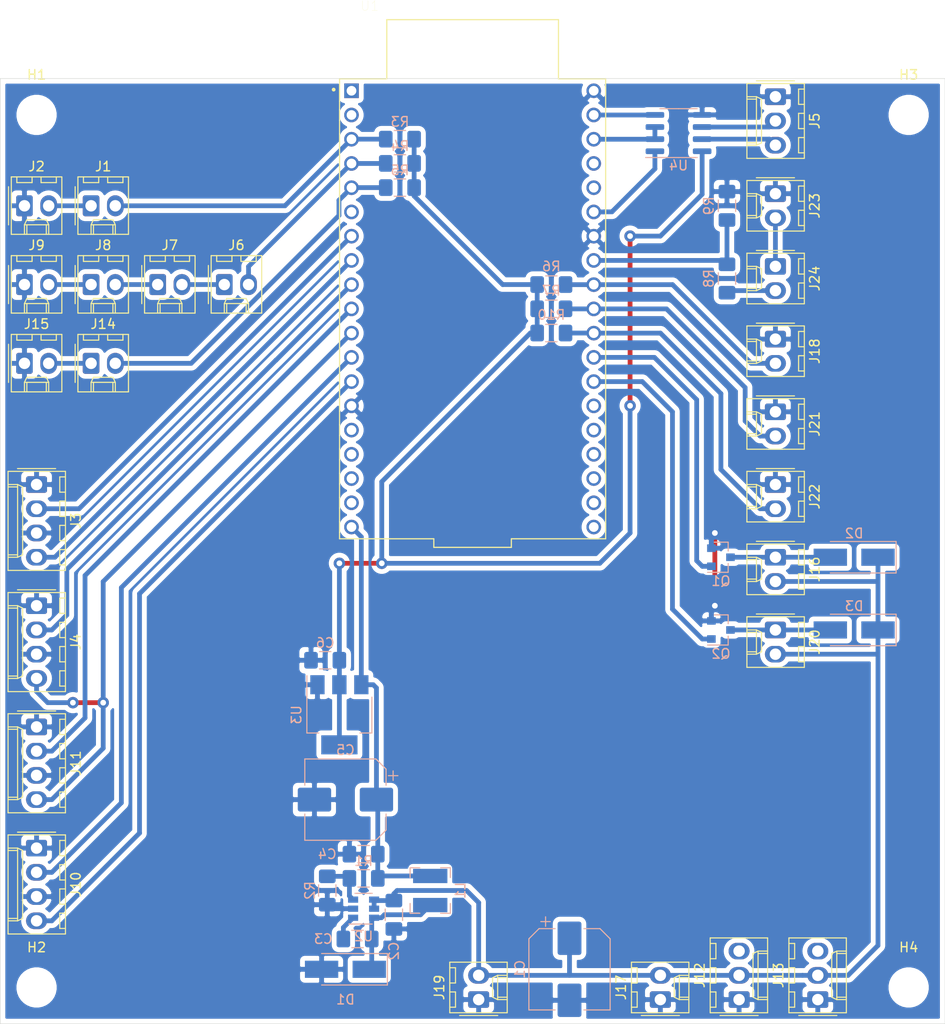
<source format=kicad_pcb>
(kicad_pcb (version 20171130) (host pcbnew "(5.1.5)-3")
  (layers (0 F.Cu signal) (31 B.Cu signal) (34 B.Paste user) (35 F.Paste user) (36 B.SilkS user) (37 F.SilkS user) (38 B.Mask user) (39 F.Mask user) (44 Edge.Cuts user))
  (net 0 "")
  (net 1 DIR_X)
  (net 2 STEP_X)
  (net 3 GND)
  (net 4 +3V3)
  (net 5 DIR_Z)
  (net 6 STEP_Z)
  (net 7 STEP_Y0)
  (net 8 STEP_Y1)
  (net 9 "Net-(C3-Pad2)")
  (net 10 "Net-(C3-Pad1)")
  (net 11 +5V)
  (net 12 PROBE)
  (net 13 LIMIT_X)
  (net 14 "Net-(J6-Pad1)")
  (net 15 LIMIT_Z)
  (net 16 "Net-(J8-Pad1)")
  (net 17 "Net-(J14-Pad1)")
  (net 18 +12V)
  (net 19 "Net-(D2-Pad2)")
  (net 20 "Net-(D3-Pad2)")
  (net 21 "Net-(J1-Pad1)")
  (net 22 DIR_Y)
  (net 23 "Net-(J5-Pad3)")
  (net 24 "Net-(J5-Pad2)")
  (net 25 LIMIT_Y)
  (net 26 "Net-(J7-Pad1)")
  (net 27 FEED_HOLD)
  (net 28 CYCLE_START)
  (net 29 "Net-(J23-Pad2)")
  (net 30 AIR_BLAST)
  (net 31 COOLANT)
  (net 32 "Net-(R1-Pad2)")
  (net 33 E_STOP)
  (net 34 RX)
  (net 35 RTS)
  (net 36 TX)
  (net 37 "Net-(J24-Pad2)")
  (module Connector_Molex:Molex_KK-254_AE-6410-02A_1x02_P2.54mm_Vertical (layer F.Cu) (at 81.28 50.165 270)
    (fp_text reference J16 (at 1.27 -4.12 90) (layer F.SilkS))
    (fp_text value Conn_01x02_Male)
    (pad 2 thru_hole oval (at 2.54 0 270) (size 1.74 2.2) (drill 1.2) (layers *.Cu *.Mask) (net 18 +12V))
    (pad 1 thru_hole roundrect (at 0 0 270) (size 1.74 2.2) (drill 1.2) (layers *.Cu *.Mask) (roundrect_rratio 0.143678) (net 19 "Net-(D2-Pad2)"))
  )
  (module Connector_Molex:Molex_KK-254_AE-6410-02A_1x02_P2.54mm_Vertical (layer F.Cu) (at 81.28 19.685 270)
    (fp_text reference J24 (at 1.27 -4.12 90) (layer F.SilkS))
    (fp_text value Conn_01x02_Male)
    (pad 2 thru_hole oval (at 2.54 0 270) (size 1.74 2.2) (drill 1.2) (layers *.Cu *.Mask) (net 37 "Net-(J24-Pad2)"))
    (pad 1 thru_hole roundrect (at 0 0 270) (size 1.74 2.2) (drill 1.2) (layers *.Cu *.Mask) (roundrect_rratio 0.143678) (net 29 "Net-(J23-Pad2)"))
  )
  (module Package_TO_SOT_SMD:SOT-223-3_TabPin2 (layer B.Cu) (at 35.56 66.675 270)
    (fp_text reference U3 (at 0 4.5 90) (layer B.SilkS) (effects (justify mirror)))
    (fp_text value AZ1117-3.3)
    (pad 1 smd rect (at -3.15 2.3 270) (size 2 1.5) (layers B.Cu B.Paste B.Mask) (net 3 GND))
    (pad 3 smd rect (at -3.15 -2.3 270) (size 2 1.5) (layers B.Cu B.Paste B.Mask) (net 11 +5V))
    (pad 2 smd rect (at -3.15 0 270) (size 2 1.5) (layers B.Cu B.Paste B.Mask) (net 4 +3V3))
    (pad 2 smd rect (at 3.15 0 270) (size 2 3.8) (layers B.Cu B.Paste B.Mask) (net 4 +3V3))
  )
  (module Connector_Molex:Molex_KK-254_AE-6410-04A_1x04_P2.54mm_Vertical (layer F.Cu) (at 3.81 42.545 270)
    (fp_text reference J3 (at 3.81 -4.12 90) (layer F.SilkS))
    (fp_text value Conn_01x04_Male)
    (pad 4 thru_hole oval (at 7.62 0 270) (size 1.74 2.2) (drill 1.2) (layers *.Cu *.Mask) (net 1 DIR_X))
    (pad 3 thru_hole oval (at 5.08 0 270) (size 1.74 2.2) (drill 1.2) (layers *.Cu *.Mask) (net 3 GND))
    (pad 2 thru_hole oval (at 2.54 0 270) (size 1.74 2.2) (drill 1.2) (layers *.Cu *.Mask) (net 2 STEP_X))
    (pad 1 thru_hole roundrect (at 0 0 270) (size 1.74 2.2) (drill 1.2) (layers *.Cu *.Mask) (roundrect_rratio 0.143678) (net 3 GND))
  )
  (module Connector_Molex:Molex_KK-254_AE-6410-03A_1x03_P2.54mm_Vertical (layer F.Cu) (at 77.47 96.52 90)
    (fp_text reference J12 (at 2.54 -4.12 90) (layer F.SilkS))
    (fp_text value Conn_01x03_Male)
    (pad 3 thru_hole oval (at 5.08 0 90) (size 1.74 2.2) (drill 1.2) (layers *.Cu *.Mask))
    (pad 2 thru_hole oval (at 2.54 0 90) (size 1.74 2.2) (drill 1.2) (layers *.Cu *.Mask) (net 18 +12V))
    (pad 1 thru_hole roundrect (at 0 0 90) (size 1.74 2.2) (drill 1.2) (layers *.Cu *.Mask) (roundrect_rratio 0.143678) (net 3 GND))
  )
  (module Connector_Molex:Molex_KK-254_AE-6410-02A_1x02_P2.54mm_Vertical (layer F.Cu) (at 69.215 96.52 90)
    (fp_text reference J17 (at 1.27 -4.12 90) (layer F.SilkS))
    (fp_text value Conn_01x02_Male)
    (pad 2 thru_hole oval (at 2.54 0 90) (size 1.74 2.2) (drill 1.2) (layers *.Cu *.Mask) (net 18 +12V))
    (pad 1 thru_hole roundrect (at 0 0 90) (size 1.74 2.2) (drill 1.2) (layers *.Cu *.Mask) (roundrect_rratio 0.143678) (net 3 GND))
  )
  (module Connector_Molex:Molex_KK-254_AE-6410-02A_1x02_P2.54mm_Vertical (layer F.Cu) (at 50.165 96.52 90)
    (fp_text reference J19 (at 1.27 -4.12 90) (layer F.SilkS))
    (fp_text value Conn_01x02_Male)
    (pad 2 thru_hole oval (at 2.54 0 90) (size 1.74 2.2) (drill 1.2) (layers *.Cu *.Mask) (net 18 +12V))
    (pad 1 thru_hole roundrect (at 0 0 90) (size 1.74 2.2) (drill 1.2) (layers *.Cu *.Mask) (roundrect_rratio 0.143678) (net 3 GND))
  )
  (module Connector_Molex:Molex_KK-254_AE-6410-03A_1x03_P2.54mm_Vertical (layer F.Cu) (at 85.725 96.52 90)
    (fp_text reference J13 (at 2.54 -4.12 90) (layer F.SilkS))
    (fp_text value Conn_01x03_Male)
    (pad 3 thru_hole oval (at 5.08 0 90) (size 1.74 2.2) (drill 1.2) (layers *.Cu *.Mask))
    (pad 2 thru_hole oval (at 2.54 0 90) (size 1.74 2.2) (drill 1.2) (layers *.Cu *.Mask) (net 18 +12V))
    (pad 1 thru_hole roundrect (at 0 0 90) (size 1.74 2.2) (drill 1.2) (layers *.Cu *.Mask) (roundrect_rratio 0.143678) (net 3 GND))
  )
  (module parts:MODULE_ESP32-DEVKITC (layer F.Cu) (at 49.53 24.13)
    (fp_text reference U1 (at -10.795 -31.75) (layer F.SilkS) (effects (font (thickness 0.015))))
    (fp_text value ESP32-DEVKITC)
    (pad 38 thru_hole circle (at 12.7 -22.85) (size 1.53 1.53) (drill 1.02) (layers *.Cu *.Mask) (net 3 GND))
    (pad 37 thru_hole circle (at 12.7 -20.31) (size 1.53 1.53) (drill 1.02) (layers *.Cu *.Mask) (net 36 TX))
    (pad 36 thru_hole circle (at 12.7 -17.77) (size 1.53 1.53) (drill 1.02) (layers *.Cu *.Mask) (net 35 RTS))
    (pad 35 thru_hole circle (at 12.7 -15.23) (size 1.53 1.53) (drill 1.02) (layers *.Cu *.Mask))
    (pad 34 thru_hole circle (at 12.7 -12.69) (size 1.53 1.53) (drill 1.02) (layers *.Cu *.Mask))
    (pad 33 thru_hole circle (at 12.7 -10.15) (size 1.53 1.53) (drill 1.02) (layers *.Cu *.Mask) (net 34 RX))
    (pad 32 thru_hole circle (at 12.7 -7.61) (size 1.53 1.53) (drill 1.02) (layers *.Cu *.Mask) (net 3 GND))
    (pad 31 thru_hole circle (at 12.7 -5.07) (size 1.53 1.53) (drill 1.02) (layers *.Cu *.Mask) (net 33 E_STOP))
    (pad 30 thru_hole circle (at 12.7 -2.53) (size 1.53 1.53) (drill 1.02) (layers *.Cu *.Mask) (net 12 PROBE))
    (pad 29 thru_hole circle (at 12.7 0.01) (size 1.53 1.53) (drill 1.02) (layers *.Cu *.Mask) (net 27 FEED_HOLD))
    (pad 28 thru_hole circle (at 12.7 2.55) (size 1.53 1.53) (drill 1.02) (layers *.Cu *.Mask) (net 28 CYCLE_START))
    (pad 27 thru_hole circle (at 12.7 5.09) (size 1.53 1.53) (drill 1.02) (layers *.Cu *.Mask) (net 30 AIR_BLAST))
    (pad 26 thru_hole circle (at 12.7 7.63) (size 1.53 1.53) (drill 1.02) (layers *.Cu *.Mask) (net 31 COOLANT))
    (pad 25 thru_hole circle (at 12.7 10.17) (size 1.53 1.53) (drill 1.02) (layers *.Cu *.Mask))
    (pad 24 thru_hole circle (at 12.7 12.71) (size 1.53 1.53) (drill 1.02) (layers *.Cu *.Mask))
    (pad 23 thru_hole circle (at 12.7 15.25) (size 1.53 1.53) (drill 1.02) (layers *.Cu *.Mask))
    (pad 22 thru_hole circle (at 12.7 17.79) (size 1.53 1.53) (drill 1.02) (layers *.Cu *.Mask))
    (pad 21 thru_hole circle (at 12.7 20.33) (size 1.53 1.53) (drill 1.02) (layers *.Cu *.Mask))
    (pad 20 thru_hole circle (at 12.7 22.87) (size 1.53 1.53) (drill 1.02) (layers *.Cu *.Mask))
    (pad 19 thru_hole circle (at -12.7 22.87) (size 1.53 1.53) (drill 1.02) (layers *.Cu *.Mask) (net 11 +5V))
    (pad 18 thru_hole circle (at -12.7 20.33) (size 1.53 1.53) (drill 1.02) (layers *.Cu *.Mask))
    (pad 17 thru_hole circle (at -12.7 17.79) (size 1.53 1.53) (drill 1.02) (layers *.Cu *.Mask))
    (pad 16 thru_hole circle (at -12.7 15.25) (size 1.53 1.53) (drill 1.02) (layers *.Cu *.Mask))
    (pad 15 thru_hole circle (at -12.7 12.71) (size 1.53 1.53) (drill 1.02) (layers *.Cu *.Mask))
    (pad 14 thru_hole circle (at -12.7 10.17) (size 1.53 1.53) (drill 1.02) (layers *.Cu *.Mask) (net 3 GND))
    (pad 13 thru_hole circle (at -12.7 7.63) (size 1.53 1.53) (drill 1.02) (layers *.Cu *.Mask) (net 5 DIR_Z))
    (pad 12 thru_hole circle (at -12.7 5.09) (size 1.53 1.53) (drill 1.02) (layers *.Cu *.Mask) (net 6 STEP_Z))
    (pad 11 thru_hole circle (at -12.7 2.55) (size 1.53 1.53) (drill 1.02) (layers *.Cu *.Mask) (net 22 DIR_Y))
    (pad 10 thru_hole circle (at -12.7 0.01) (size 1.53 1.53) (drill 1.02) (layers *.Cu *.Mask) (net 8 STEP_Y1))
    (pad 9 thru_hole circle (at -12.7 -2.53) (size 1.53 1.53) (drill 1.02) (layers *.Cu *.Mask) (net 7 STEP_Y0))
    (pad 8 thru_hole circle (at -12.7 -5.07) (size 1.53 1.53) (drill 1.02) (layers *.Cu *.Mask) (net 1 DIR_X))
    (pad 7 thru_hole circle (at -12.7 -7.61) (size 1.53 1.53) (drill 1.02) (layers *.Cu *.Mask) (net 2 STEP_X))
    (pad 6 thru_hole circle (at -12.7 -10.15) (size 1.53 1.53) (drill 1.02) (layers *.Cu *.Mask))
    (pad 5 thru_hole circle (at -12.7 -12.69) (size 1.53 1.53) (drill 1.02) (layers *.Cu *.Mask) (net 15 LIMIT_Z))
    (pad 4 thru_hole circle (at -12.7 -15.23) (size 1.53 1.53) (drill 1.02) (layers *.Cu *.Mask) (net 25 LIMIT_Y))
    (pad 3 thru_hole circle (at -12.7 -17.77) (size 1.53 1.53) (drill 1.02) (layers *.Cu *.Mask) (net 13 LIMIT_X))
    (pad 2 thru_hole circle (at -12.7 -20.31) (size 1.53 1.53) (drill 1.02) (layers *.Cu *.Mask))
    (pad 1 thru_hole rect (at -12.7 -22.85) (size 1.53 1.53) (drill 1.02) (layers *.Cu *.Mask))
  )
  (module Package_SO:SOIC-8_3.9x4.9mm_P1.27mm (layer B.Cu) (at 71.12 5.715)
    (fp_text reference U4 (at 0 3.4) (layer B.SilkS) (effects (justify mirror)))
    (fp_text value ST485EBDR)
    (pad 8 smd roundrect (at 2.475 1.905) (size 1.95 0.6) (layers B.Cu B.Paste B.Mask) (net 4 +3V3))
    (pad 7 smd roundrect (at 2.475 0.635) (size 1.95 0.6) (layers B.Cu B.Paste B.Mask) (net 23 "Net-(J5-Pad3)"))
    (pad 6 smd roundrect (at 2.475 -0.635) (size 1.95 0.6) (layers B.Cu B.Paste B.Mask) (net 24 "Net-(J5-Pad2)"))
    (pad 5 smd roundrect (at 2.475 -1.905) (size 1.95 0.6) (layers B.Cu B.Paste B.Mask) (net 3 GND))
    (pad 4 smd roundrect (at -2.475 -1.905) (size 1.95 0.6) (layers B.Cu B.Paste B.Mask) (net 36 TX))
    (pad 3 smd roundrect (at -2.475 -0.635) (size 1.95 0.6) (layers B.Cu B.Paste B.Mask) (net 35 RTS))
    (pad 2 smd roundrect (at -2.475 0.635) (size 1.95 0.6) (layers B.Cu B.Paste B.Mask) (net 35 RTS))
    (pad 1 smd roundrect (at -2.475 1.905) (size 1.95 0.6) (layers B.Cu B.Paste B.Mask) (net 34 RX))
  )
  (module Package_TO_SOT_SMD:SOT-23-6 (layer B.Cu) (at 38.1 86.995)
    (fp_text reference U2 (at 0 2.9) (layer B.SilkS) (effects (justify mirror)))
    (fp_text value AOZ1282CI)
    (pad 5 smd rect (at 1.1 0) (size 1.06 0.65) (layers B.Cu B.Paste B.Mask) (net 18 +12V))
    (pad 6 smd rect (at 1.1 0.95) (size 1.06 0.65) (layers B.Cu B.Paste B.Mask) (net 9 "Net-(C3-Pad2)"))
    (pad 4 smd rect (at 1.1 -0.95) (size 1.06 0.65) (layers B.Cu B.Paste B.Mask) (net 18 +12V))
    (pad 3 smd rect (at -1.1 -0.95) (size 1.06 0.65) (layers B.Cu B.Paste B.Mask) (net 32 "Net-(R1-Pad2)"))
    (pad 2 smd rect (at -1.1 0) (size 1.06 0.65) (layers B.Cu B.Paste B.Mask) (net 3 GND))
    (pad 1 smd rect (at -1.1 0.95) (size 1.06 0.65) (layers B.Cu B.Paste B.Mask) (net 10 "Net-(C3-Pad1)"))
  )
  (module Resistor_SMD:R_1206_3216Metric_Pad1.42x1.75mm_HandSolder (layer B.Cu) (at 34.29 85.09 270)
    (fp_text reference R2 (at 0 1.82 90) (layer B.SilkS) (effects (justify mirror)))
    (fp_text value 1k)
    (pad 2 smd roundrect (at 1.4875 0 270) (size 1.425 1.75) (layers B.Cu B.Paste B.Mask) (roundrect_rratio 0.175439) (net 3 GND))
    (pad 1 smd roundrect (at -1.4875 0 270) (size 1.425 1.75) (layers B.Cu B.Paste B.Mask) (roundrect_rratio 0.175439) (net 32 "Net-(R1-Pad2)"))
  )
  (module Package_TO_SOT_SMD:SOT-23 (layer B.Cu) (at 75.565 57.785)
    (fp_text reference Q2 (at 0 2.5) (layer B.SilkS) (effects (justify mirror)))
    (fp_text value DMG2302U)
    (pad 3 smd rect (at 1 0) (size 0.9 0.8) (layers B.Cu B.Paste B.Mask) (net 20 "Net-(D3-Pad2)"))
    (pad 2 smd rect (at -1 -0.95) (size 0.9 0.8) (layers B.Cu B.Paste B.Mask) (net 3 GND))
    (pad 1 smd rect (at -1 0.95) (size 0.9 0.8) (layers B.Cu B.Paste B.Mask) (net 31 COOLANT))
  )
  (module Package_TO_SOT_SMD:SOT-23 (layer B.Cu) (at 75.565 50.165)
    (fp_text reference Q1 (at 0 2.5) (layer B.SilkS) (effects (justify mirror)))
    (fp_text value DMG2302U)
    (pad 3 smd rect (at 1 0) (size 0.9 0.8) (layers B.Cu B.Paste B.Mask) (net 19 "Net-(D2-Pad2)"))
    (pad 2 smd rect (at -1 -0.95) (size 0.9 0.8) (layers B.Cu B.Paste B.Mask) (net 3 GND))
    (pad 1 smd rect (at -1 0.95) (size 0.9 0.8) (layers B.Cu B.Paste B.Mask) (net 30 AIR_BLAST))
  )
  (module Connector_Molex:Molex_KK-254_AE-6410-02A_1x02_P2.54mm_Vertical (layer F.Cu) (at 81.28 12.065 270)
    (fp_text reference J23 (at 1.27 -4.12 90) (layer F.SilkS))
    (fp_text value Conn_01x02_Male)
    (pad 2 thru_hole oval (at 2.54 0 270) (size 1.74 2.2) (drill 1.2) (layers *.Cu *.Mask) (net 29 "Net-(J23-Pad2)"))
    (pad 1 thru_hole roundrect (at 0 0 270) (size 1.74 2.2) (drill 1.2) (layers *.Cu *.Mask) (roundrect_rratio 0.143678) (net 3 GND))
  )
  (module Connector_Molex:Molex_KK-254_AE-6410-02A_1x02_P2.54mm_Vertical (layer F.Cu) (at 81.28 42.545 270)
    (fp_text reference J22 (at 1.27 -4.12 90) (layer F.SilkS))
    (fp_text value Conn_01x02_Male)
    (pad 2 thru_hole oval (at 2.54 0 270) (size 1.74 2.2) (drill 1.2) (layers *.Cu *.Mask) (net 28 CYCLE_START))
    (pad 1 thru_hole roundrect (at 0 0 270) (size 1.74 2.2) (drill 1.2) (layers *.Cu *.Mask) (roundrect_rratio 0.143678) (net 3 GND))
  )
  (module Connector_Molex:Molex_KK-254_AE-6410-02A_1x02_P2.54mm_Vertical (layer F.Cu) (at 81.28 34.925 270)
    (fp_text reference J21 (at 1.27 -4.12 90) (layer F.SilkS))
    (fp_text value Conn_01x02_Male)
    (pad 2 thru_hole oval (at 2.54 0 270) (size 1.74 2.2) (drill 1.2) (layers *.Cu *.Mask) (net 27 FEED_HOLD))
    (pad 1 thru_hole roundrect (at 0 0 270) (size 1.74 2.2) (drill 1.2) (layers *.Cu *.Mask) (roundrect_rratio 0.143678) (net 3 GND))
  )
  (module Connector_Molex:Molex_KK-254_AE-6410-02A_1x02_P2.54mm_Vertical (layer F.Cu) (at 81.28 57.785 270)
    (fp_text reference J20 (at 1.27 -4.12 90) (layer F.SilkS))
    (fp_text value Conn_01x02_Male)
    (pad 2 thru_hole oval (at 2.54 0 270) (size 1.74 2.2) (drill 1.2) (layers *.Cu *.Mask) (net 18 +12V))
    (pad 1 thru_hole roundrect (at 0 0 270) (size 1.74 2.2) (drill 1.2) (layers *.Cu *.Mask) (roundrect_rratio 0.143678) (net 20 "Net-(D3-Pad2)"))
  )
  (module Connector_Molex:Molex_KK-254_AE-6410-02A_1x02_P2.54mm_Vertical (layer F.Cu) (at 81.28 27.305 270)
    (fp_text reference J18 (at 1.27 -4.12 90) (layer F.SilkS))
    (fp_text value Conn_01x02_Male)
    (pad 2 thru_hole oval (at 2.54 0 270) (size 1.74 2.2) (drill 1.2) (layers *.Cu *.Mask) (net 12 PROBE))
    (pad 1 thru_hole roundrect (at 0 0 270) (size 1.74 2.2) (drill 1.2) (layers *.Cu *.Mask) (roundrect_rratio 0.143678) (net 3 GND))
  )
  (module Connector_Molex:Molex_KK-254_AE-6410-02A_1x02_P2.54mm_Vertical (layer F.Cu) (at 2.54 29.845)
    (fp_text reference J15 (at 1.27 -4.12) (layer F.SilkS))
    (fp_text value Conn_01x02_Male)
    (pad 1 thru_hole roundrect (at 0 0) (size 1.74 2.2) (drill 1.2) (layers *.Cu *.Mask) (roundrect_rratio 0.143678) (net 3 GND))
    (pad 2 thru_hole oval (at 2.54 0) (size 1.74 2.2) (drill 1.2) (layers *.Cu *.Mask) (net 17 "Net-(J14-Pad1)"))
  )
  (module Connector_Molex:Molex_KK-254_AE-6410-02A_1x02_P2.54mm_Vertical (layer F.Cu) (at 9.525 29.845)
    (fp_text reference J14 (at 1.27 -4.12) (layer F.SilkS))
    (fp_text value Conn_01x02_Male)
    (pad 2 thru_hole oval (at 2.54 0) (size 1.74 2.2) (drill 1.2) (layers *.Cu *.Mask) (net 15 LIMIT_Z))
    (pad 1 thru_hole roundrect (at 0 0) (size 1.74 2.2) (drill 1.2) (layers *.Cu *.Mask) (roundrect_rratio 0.143678) (net 17 "Net-(J14-Pad1)"))
  )
  (module Connector_Molex:Molex_KK-254_AE-6410-04A_1x04_P2.54mm_Vertical (layer F.Cu) (at 3.81 67.945 270)
    (fp_text reference J11 (at 3.81 -4.12 90) (layer F.SilkS))
    (fp_text value Conn_01x04_Male)
    (pad 4 thru_hole oval (at 7.62 0 270) (size 1.74 2.2) (drill 1.2) (layers *.Cu *.Mask) (net 22 DIR_Y))
    (pad 3 thru_hole oval (at 5.08 0 270) (size 1.74 2.2) (drill 1.2) (layers *.Cu *.Mask) (net 3 GND))
    (pad 2 thru_hole oval (at 2.54 0 270) (size 1.74 2.2) (drill 1.2) (layers *.Cu *.Mask) (net 8 STEP_Y1))
    (pad 1 thru_hole roundrect (at 0 0 270) (size 1.74 2.2) (drill 1.2) (layers *.Cu *.Mask) (roundrect_rratio 0.143678) (net 3 GND))
  )
  (module Connector_Molex:Molex_KK-254_AE-6410-04A_1x04_P2.54mm_Vertical (layer F.Cu) (at 3.81 80.645 270)
    (fp_text reference J10 (at 3.81 -4.12 90) (layer F.SilkS))
    (fp_text value Conn_01x04_Male)
    (pad 4 thru_hole oval (at 7.62 0 270) (size 1.74 2.2) (drill 1.2) (layers *.Cu *.Mask) (net 5 DIR_Z))
    (pad 3 thru_hole oval (at 5.08 0 270) (size 1.74 2.2) (drill 1.2) (layers *.Cu *.Mask) (net 3 GND))
    (pad 2 thru_hole oval (at 2.54 0 270) (size 1.74 2.2) (drill 1.2) (layers *.Cu *.Mask) (net 6 STEP_Z))
    (pad 1 thru_hole roundrect (at 0 0 270) (size 1.74 2.2) (drill 1.2) (layers *.Cu *.Mask) (roundrect_rratio 0.143678) (net 3 GND))
  )
  (module Connector_Molex:Molex_KK-254_AE-6410-02A_1x02_P2.54mm_Vertical (layer F.Cu) (at 2.54 21.59)
    (fp_text reference J9 (at 1.27 -4.12) (layer F.SilkS))
    (fp_text value Conn_01x02_Male)
    (pad 2 thru_hole oval (at 2.54 0) (size 1.74 2.2) (drill 1.2) (layers *.Cu *.Mask) (net 16 "Net-(J8-Pad1)"))
    (pad 1 thru_hole roundrect (at 0 0) (size 1.74 2.2) (drill 1.2) (layers *.Cu *.Mask) (roundrect_rratio 0.143678) (net 3 GND))
  )
  (module Connector_Molex:Molex_KK-254_AE-6410-02A_1x02_P2.54mm_Vertical (layer F.Cu) (at 9.525 21.59)
    (fp_text reference J8 (at 1.27 -4.12) (layer F.SilkS))
    (fp_text value Conn_01x02_Male)
    (pad 2 thru_hole oval (at 2.54 0) (size 1.74 2.2) (drill 1.2) (layers *.Cu *.Mask) (net 26 "Net-(J7-Pad1)"))
    (pad 1 thru_hole roundrect (at 0 0) (size 1.74 2.2) (drill 1.2) (layers *.Cu *.Mask) (roundrect_rratio 0.143678) (net 16 "Net-(J8-Pad1)"))
  )
  (module Connector_Molex:Molex_KK-254_AE-6410-02A_1x02_P2.54mm_Vertical (layer F.Cu) (at 16.51 21.59)
    (fp_text reference J7 (at 1.27 -4.12) (layer F.SilkS))
    (fp_text value Conn_01x02_Male)
    (pad 2 thru_hole oval (at 2.54 0) (size 1.74 2.2) (drill 1.2) (layers *.Cu *.Mask) (net 14 "Net-(J6-Pad1)"))
    (pad 1 thru_hole roundrect (at 0 0) (size 1.74 2.2) (drill 1.2) (layers *.Cu *.Mask) (roundrect_rratio 0.143678) (net 26 "Net-(J7-Pad1)"))
  )
  (module Connector_Molex:Molex_KK-254_AE-6410-02A_1x02_P2.54mm_Vertical (layer F.Cu) (at 23.495 21.59)
    (fp_text reference J6 (at 1.27 -4.12) (layer F.SilkS))
    (fp_text value Conn_01x02_Male)
    (pad 2 thru_hole oval (at 2.54 0) (size 1.74 2.2) (drill 1.2) (layers *.Cu *.Mask) (net 25 LIMIT_Y))
    (pad 1 thru_hole roundrect (at 0 0) (size 1.74 2.2) (drill 1.2) (layers *.Cu *.Mask) (roundrect_rratio 0.143678) (net 14 "Net-(J6-Pad1)"))
  )
  (module Connector_Molex:Molex_KK-254_AE-6410-03A_1x03_P2.54mm_Vertical (layer F.Cu) (at 81.28 1.905 270)
    (fp_text reference J5 (at 2.54 -4.12 90) (layer F.SilkS))
    (fp_text value Conn_01x03_Male)
    (pad 3 thru_hole oval (at 5.08 0 270) (size 1.74 2.2) (drill 1.2) (layers *.Cu *.Mask) (net 23 "Net-(J5-Pad3)"))
    (pad 2 thru_hole oval (at 2.54 0 270) (size 1.74 2.2) (drill 1.2) (layers *.Cu *.Mask) (net 24 "Net-(J5-Pad2)"))
    (pad 1 thru_hole roundrect (at 0 0 270) (size 1.74 2.2) (drill 1.2) (layers *.Cu *.Mask) (roundrect_rratio 0.143678) (net 3 GND))
  )
  (module Connector_Molex:Molex_KK-254_AE-6410-04A_1x04_P2.54mm_Vertical (layer F.Cu) (at 3.81 55.245 270)
    (fp_text reference J4 (at 3.81 -4.12 90) (layer F.SilkS))
    (fp_text value Conn_01x04_Male)
    (pad 4 thru_hole oval (at 7.62 0 270) (size 1.74 2.2) (drill 1.2) (layers *.Cu *.Mask) (net 22 DIR_Y))
    (pad 3 thru_hole oval (at 5.08 0 270) (size 1.74 2.2) (drill 1.2) (layers *.Cu *.Mask) (net 3 GND))
    (pad 2 thru_hole oval (at 2.54 0 270) (size 1.74 2.2) (drill 1.2) (layers *.Cu *.Mask) (net 7 STEP_Y0))
    (pad 1 thru_hole roundrect (at 0 0 270) (size 1.74 2.2) (drill 1.2) (layers *.Cu *.Mask) (roundrect_rratio 0.143678) (net 3 GND))
  )
  (module Connector_Molex:Molex_KK-254_AE-6410-02A_1x02_P2.54mm_Vertical (layer F.Cu) (at 2.54 13.335)
    (fp_text reference J2 (at 1.27 -4.12) (layer F.SilkS))
    (fp_text value Conn_01x02_Male)
    (pad 2 thru_hole oval (at 2.54 0) (size 1.74 2.2) (drill 1.2) (layers *.Cu *.Mask) (net 21 "Net-(J1-Pad1)"))
    (pad 1 thru_hole roundrect (at 0 0) (size 1.74 2.2) (drill 1.2) (layers *.Cu *.Mask) (roundrect_rratio 0.143678) (net 3 GND))
  )
  (module Connector_Molex:Molex_KK-254_AE-6410-02A_1x02_P2.54mm_Vertical (layer F.Cu) (at 9.525 13.335)
    (fp_text reference J1 (at 1.27 -4.12) (layer F.SilkS))
    (fp_text value Conn_01x02_Male)
    (pad 2 thru_hole oval (at 2.54 0) (size 1.74 2.2) (drill 1.2) (layers *.Cu *.Mask) (net 13 LIMIT_X))
    (pad 1 thru_hole roundrect (at 0 0) (size 1.74 2.2) (drill 1.2) (layers *.Cu *.Mask) (roundrect_rratio 0.143678) (net 21 "Net-(J1-Pad1)"))
  )
  (module Diode_SMD:D_SMA_Handsoldering (layer B.Cu) (at 89.535 57.785 180)
    (fp_text reference D3 (at 0 2.5) (layer B.SilkS) (effects (justify mirror)))
    (fp_text value D_Schottky)
    (pad 2 smd rect (at 2.5 0 180) (size 3.5 1.8) (layers B.Cu B.Paste B.Mask) (net 20 "Net-(D3-Pad2)"))
    (pad 1 smd rect (at -2.5 0 180) (size 3.5 1.8) (layers B.Cu B.Paste B.Mask) (net 18 +12V))
  )
  (module Diode_SMD:D_SMA_Handsoldering (layer B.Cu) (at 89.535 50.165 180)
    (fp_text reference D2 (at 0 2.5) (layer B.SilkS) (effects (justify mirror)))
    (fp_text value D_Schottky)
    (pad 2 smd rect (at 2.5 0 180) (size 3.5 1.8) (layers B.Cu B.Paste B.Mask) (net 19 "Net-(D2-Pad2)"))
    (pad 1 smd rect (at -2.5 0 180) (size 3.5 1.8) (layers B.Cu B.Paste B.Mask) (net 18 +12V))
  )
  (module Capacitor_SMD:C_1206_3216Metric_Pad1.42x1.75mm_HandSolder (layer B.Cu) (at 34.0725 60.96 180)
    (fp_text reference C6 (at 0 1.82 180) (layer B.SilkS) (effects (justify mirror)))
    (fp_text value 10u)
    (pad 2 smd roundrect (at 1.4875 0 180) (size 1.425 1.75) (layers B.Cu B.Paste B.Mask) (roundrect_rratio 0.175439) (net 3 GND))
    (pad 1 smd roundrect (at -1.4875 0 180) (size 1.425 1.75) (layers B.Cu B.Paste B.Mask) (roundrect_rratio 0.175439) (net 4 +3V3))
  )
  (module Capacitor_SMD:CP_Elec_8x10 (layer B.Cu) (at 36.195 75.565 180)
    (fp_text reference C5 (at 0 5.2 180) (layer B.SilkS) (effects (justify mirror)))
    (fp_text value 470u)
    (pad 2 smd roundrect (at 3.25 0 180) (size 3.5 2.5) (layers B.Cu B.Paste B.Mask) (roundrect_rratio 0.1) (net 3 GND))
    (pad 1 smd roundrect (at -3.25 0 180) (size 3.5 2.5) (layers B.Cu B.Paste B.Mask) (roundrect_rratio 0.1) (net 11 +5V))
  )
  (module Capacitor_SMD:CP_Elec_8x10 (layer B.Cu) (at 59.69 93.345 270)
    (fp_text reference C1 (at 0 5.2 90) (layer B.SilkS) (effects (justify mirror)))
    (fp_text value 470u)
    (pad 2 smd roundrect (at 3.25 0 270) (size 3.5 2.5) (layers B.Cu B.Paste B.Mask) (roundrect_rratio 0.1) (net 3 GND))
    (pad 1 smd roundrect (at -3.25 0 270) (size 3.5 2.5) (layers B.Cu B.Paste B.Mask) (roundrect_rratio 0.1) (net 18 +12V))
  )
  (module Diode_SMD:D_SMA_Handsoldering (layer B.Cu) (at 36.195 93.345 180)
    (fp_text reference D1 (at 0 -3.175) (layer B.SilkS) (effects (justify mirror)))
    (fp_text value D)
    (pad 2 smd rect (at 2.5 0 180) (size 3.5 1.8) (layers B.Cu B.Paste B.Mask) (net 3 GND))
    (pad 1 smd rect (at -2.5 0 180) (size 3.5 1.8) (layers B.Cu B.Paste B.Mask) (net 9 "Net-(C3-Pad2)"))
  )
  (module MountingHole:MountingHole_3.2mm_M3 (layer F.Cu) (at 95.25 95.25)
    (fp_text reference H4 (at 0 -4.2) (layer F.SilkS))
    (fp_text value MountingHole)
    (pad 1 np_thru_hole circle (at 0 0) (size 3.2 3.2) (drill 3.2) (layers *.Cu *.Mask))
  )
  (module MountingHole:MountingHole_3.2mm_M3 (layer F.Cu) (at 95.25 3.81)
    (fp_text reference H3 (at 0 -4.2) (layer F.SilkS))
    (fp_text value MountingHole)
    (pad 1 np_thru_hole circle (at 0 0) (size 3.2 3.2) (drill 3.2) (layers *.Cu *.Mask))
  )
  (module MountingHole:MountingHole_3.2mm_M3 (layer F.Cu) (at 3.81 95.25)
    (fp_text reference H2 (at 0 -4.2) (layer F.SilkS))
    (fp_text value MountingHole)
    (pad 1 np_thru_hole circle (at 0 0) (size 3.2 3.2) (drill 3.2) (layers *.Cu *.Mask))
  )
  (module MountingHole:MountingHole_3.2mm_M3 (layer F.Cu) (at 3.81 3.81)
    (fp_text reference H1 (at 0 -4.2) (layer F.SilkS))
    (fp_text value MountingHole)
    (pad 1 np_thru_hole circle (at 0 0) (size 3.2 3.2) (drill 3.2) (layers *.Cu *.Mask))
  )
  (module Resistor_SMD:R_1206_3216Metric_Pad1.42x1.75mm_HandSolder (layer B.Cu) (at 57.785 26.67)
    (fp_text reference R10 (at 0 -1.905) (layer B.SilkS) (effects (justify mirror)))
    (fp_text value 1k)
    (pad 2 smd roundrect (at 1.4875 0) (size 1.425 1.75) (layers B.Cu B.Paste B.Mask) (roundrect_rratio 0.175439) (net 28 CYCLE_START))
    (pad 1 smd roundrect (at -1.4875 0) (size 1.425 1.75) (layers B.Cu B.Paste B.Mask) (roundrect_rratio 0.175439) (net 4 +3V3))
  )
  (module Resistor_SMD:R_1206_3216Metric_Pad1.42x1.75mm_HandSolder (layer B.Cu) (at 76.2 13.335 90)
    (fp_text reference R9 (at 0 -1.905 90) (layer B.SilkS) (effects (justify mirror)))
    (fp_text value 1k)
    (pad 2 smd roundrect (at 1.4875 0 90) (size 1.425 1.75) (layers B.Cu B.Paste B.Mask) (roundrect_rratio 0.175439) (net 3 GND))
    (pad 1 smd roundrect (at -1.4875 0 90) (size 1.425 1.75) (layers B.Cu B.Paste B.Mask) (roundrect_rratio 0.175439) (net 33 E_STOP))
  )
  (module Resistor_SMD:R_1206_3216Metric_Pad1.42x1.75mm_HandSolder (layer B.Cu) (at 76.2 20.955 90)
    (fp_text reference R8 (at 0 -1.905 90) (layer B.SilkS) (effects (justify mirror)))
    (fp_text value 6k8)
    (pad 2 smd roundrect (at 1.4875 0 90) (size 1.425 1.75) (layers B.Cu B.Paste B.Mask) (roundrect_rratio 0.175439) (net 33 E_STOP))
    (pad 1 smd roundrect (at -1.4875 0 90) (size 1.425 1.75) (layers B.Cu B.Paste B.Mask) (roundrect_rratio 0.175439) (net 37 "Net-(J24-Pad2)"))
  )
  (module Resistor_SMD:R_1206_3216Metric_Pad1.42x1.75mm_HandSolder (layer B.Cu) (at 57.785 24.13)
    (fp_text reference R7 (at 0 -1.905) (layer B.SilkS) (effects (justify mirror)))
    (fp_text value 1k)
    (pad 2 smd roundrect (at 1.4875 0) (size 1.425 1.75) (layers B.Cu B.Paste B.Mask) (roundrect_rratio 0.175439) (net 27 FEED_HOLD))
    (pad 1 smd roundrect (at -1.4875 0) (size 1.425 1.75) (layers B.Cu B.Paste B.Mask) (roundrect_rratio 0.175439) (net 4 +3V3))
  )
  (module Resistor_SMD:R_1206_3216Metric_Pad1.42x1.75mm_HandSolder (layer B.Cu) (at 57.785 21.59)
    (fp_text reference R6 (at 0 -1.905) (layer B.SilkS) (effects (justify mirror)))
    (fp_text value 1k)
    (pad 1 smd roundrect (at -1.4875 0) (size 1.425 1.75) (layers B.Cu B.Paste B.Mask) (roundrect_rratio 0.175439) (net 4 +3V3))
    (pad 2 smd roundrect (at 1.4875 0) (size 1.425 1.75) (layers B.Cu B.Paste B.Mask) (roundrect_rratio 0.175439) (net 12 PROBE))
  )
  (module Resistor_SMD:R_1206_3216Metric_Pad1.42x1.75mm_HandSolder (layer B.Cu) (at 41.91 11.43 180)
    (fp_text reference R5 (at 0 1.82) (layer B.SilkS) (effects (justify mirror)))
    (fp_text value 1k)
    (pad 2 smd roundrect (at 1.4875 0 180) (size 1.425 1.75) (layers B.Cu B.Paste B.Mask) (roundrect_rratio 0.175439) (net 15 LIMIT_Z))
    (pad 1 smd roundrect (at -1.4875 0 180) (size 1.425 1.75) (layers B.Cu B.Paste B.Mask) (roundrect_rratio 0.175439) (net 4 +3V3))
  )
  (module Resistor_SMD:R_1206_3216Metric_Pad1.42x1.75mm_HandSolder (layer B.Cu) (at 41.91 8.89 180)
    (fp_text reference R4 (at 0 1.82 180) (layer B.SilkS) (effects (justify mirror)))
    (fp_text value 1k)
    (pad 2 smd roundrect (at 1.4875 0 180) (size 1.425 1.75) (layers B.Cu B.Paste B.Mask) (roundrect_rratio 0.175439) (net 25 LIMIT_Y))
    (pad 1 smd roundrect (at -1.4875 0 180) (size 1.425 1.75) (layers B.Cu B.Paste B.Mask) (roundrect_rratio 0.175439) (net 4 +3V3))
  )
  (module Resistor_SMD:R_1206_3216Metric_Pad1.42x1.75mm_HandSolder (layer B.Cu) (at 41.91 6.35 180)
    (fp_text reference R3 (at 0 1.82 180) (layer B.SilkS) (effects (justify mirror)))
    (fp_text value 1k)
    (pad 2 smd roundrect (at 1.4875 0 180) (size 1.425 1.75) (layers B.Cu B.Paste B.Mask) (roundrect_rratio 0.175439) (net 13 LIMIT_X))
    (pad 1 smd roundrect (at -1.4875 0 180) (size 1.425 1.75) (layers B.Cu B.Paste B.Mask) (roundrect_rratio 0.175439) (net 4 +3V3))
  )
  (module Resistor_SMD:R_1206_3216Metric_Pad1.42x1.75mm_HandSolder (layer B.Cu) (at 38.1 83.82 180)
    (fp_text reference R1 (at 0 1.82) (layer B.SilkS) (effects (justify mirror)))
    (fp_text value 4k7)
    (pad 2 smd roundrect (at 1.4875 0 180) (size 1.425 1.75) (layers B.Cu B.Paste B.Mask) (roundrect_rratio 0.175439) (net 32 "Net-(R1-Pad2)"))
    (pad 1 smd roundrect (at -1.4875 0 180) (size 1.425 1.75) (layers B.Cu B.Paste B.Mask) (roundrect_rratio 0.175439) (net 11 +5V))
  )
  (module Inductor_SMD:L_Bourns-SRN4018 (layer B.Cu) (at 45.085 85.09 90)
    (fp_text reference L1 (at 0 3.175 90) (layer B.SilkS) (effects (justify mirror)))
    (fp_text value 10u)
    (pad 2 smd rect (at 1.525 0 90) (size 1.5 3.6) (layers B.Cu B.Paste B.Mask) (net 11 +5V))
    (pad 1 smd rect (at -1.525 0 90) (size 1.5 3.6) (layers B.Cu B.Paste B.Mask) (net 9 "Net-(C3-Pad2)"))
  )
  (module Capacitor_SMD:C_1206_3216Metric_Pad1.42x1.75mm_HandSolder (layer B.Cu) (at 38.1 81.28 180)
    (fp_text reference C4 (at 3.81 0) (layer B.SilkS) (effects (justify mirror)))
    (fp_text value 10u)
    (pad 2 smd roundrect (at 1.4875 0 180) (size 1.425 1.75) (layers B.Cu B.Paste B.Mask) (roundrect_rratio 0.175439) (net 3 GND))
    (pad 1 smd roundrect (at -1.4875 0 180) (size 1.425 1.75) (layers B.Cu B.Paste B.Mask) (roundrect_rratio 0.175439) (net 11 +5V))
  )
  (module Capacitor_SMD:C_1206_3216Metric_Pad1.42x1.75mm_HandSolder (layer B.Cu) (at 37.465 90.17)
    (fp_text reference C3 (at -3.5925 0) (layer B.SilkS) (effects (justify mirror)))
    (fp_text value 10n)
    (pad 2 smd roundrect (at 1.4875 0) (size 1.425 1.75) (layers B.Cu B.Paste B.Mask) (roundrect_rratio 0.175439) (net 9 "Net-(C3-Pad2)"))
    (pad 1 smd roundrect (at -1.4875 0) (size 1.425 1.75) (layers B.Cu B.Paste B.Mask) (roundrect_rratio 0.175439) (net 10 "Net-(C3-Pad1)"))
  )
  (module Capacitor_SMD:C_1206_3216Metric_Pad1.42x1.75mm_HandSolder (layer B.Cu) (at 41.275 87.63 270)
    (fp_text reference C2 (at 3.81 0 270) (layer B.SilkS) (effects (justify mirror)))
    (fp_text value 1u)
    (pad 2 smd roundrect (at 1.4875 0 270) (size 1.425 1.75) (layers B.Cu B.Paste B.Mask) (roundrect_rratio 0.175439) (net 3 GND))
    (pad 1 smd roundrect (at -1.4875 0 270) (size 1.425 1.75) (layers B.Cu B.Paste B.Mask) (roundrect_rratio 0.175439) (net 18 +12V))
  )
  (gr_line (start 0 99.06) (end 0 0) (layer Edge.Cuts) (width 0.05))
  (gr_line (start 99.06 99.06) (end 0 99.06) (layer Edge.Cuts) (width 0.05))
  (gr_line (start 99.06 0) (end 99.06 99.06) (layer Edge.Cuts) (width 0.05))
  (gr_line (start 0 0) (end 99.06 0) (layer Edge.Cuts) (width 0.05))
  (segment (start 5.725 50.165) (end 36.83 19.06) (width 0.5) (layer B.Cu) (net 1))
  (segment (start 3.81 50.165) (end 5.725 50.165) (width 0.5) (layer B.Cu) (net 1))
  (segment (start 8.265 45.085) (end 3.81 45.085) (width 0.5) (layer B.Cu) (net 2))
  (segment (start 36.83 16.52) (end 8.265 45.085) (width 0.5) (layer B.Cu) (net 2))
  (segment (start 2.54 13.335) (end 2.54 21.59) (width 0.5) (layer B.Cu) (net 3))
  (segment (start 2.54 21.59) (end 2.54 29.845) (width 0.5) (layer B.Cu) (net 3))
  (via (at 74.93 47.625) (size 1.2) (drill 0.6) (layers F.Cu B.Cu) (net 3))
  (segment (start 74.565 49.215) (end 74.565 47.99) (width 0.5) (layer B.Cu) (net 3))
  (segment (start 74.565 47.99) (end 74.93 47.625) (width 0.5) (layer B.Cu) (net 3))
  (via (at 74.93 55.245) (size 1.2) (drill 0.6) (layers F.Cu B.Cu) (net 3))
  (segment (start 74.93 47.625) (end 74.93 55.245) (width 0.5) (layer F.Cu) (net 3))
  (segment (start 74.565 55.61) (end 74.93 55.245) (width 0.5) (layer B.Cu) (net 3))
  (segment (start 74.565 56.835) (end 74.565 55.61) (width 0.5) (layer B.Cu) (net 3))
  (segment (start 34.7075 86.995) (end 34.29 86.5775) (width 0.5) (layer B.Cu) (net 3))
  (segment (start 37 86.995) (end 34.7075 86.995) (width 0.5) (layer B.Cu) (net 3))
  (segment (start 35.56 63.525) (end 35.56 60.96) (width 0.5) (layer B.Cu) (net 4))
  (segment (start 35.56 63.525) (end 35.56 69.825) (width 0.5) (layer B.Cu) (net 4))
  (segment (start 43.3975 6.35) (end 43.3975 8.89) (width 0.5) (layer B.Cu) (net 4))
  (segment (start 43.3975 8.89) (end 43.3975 11.43) (width 0.5) (layer B.Cu) (net 4))
  (segment (start 56.2975 24.13) (end 56.2975 26.67) (width 0.5) (layer B.Cu) (net 4))
  (via (at 35.56 50.8) (size 1.2) (drill 0.6) (layers F.Cu B.Cu) (net 4))
  (segment (start 35.56 60.96) (end 35.56 50.8) (width 0.5) (layer B.Cu) (net 4))
  (via (at 40.005 50.8) (size 1.2) (drill 0.6) (layers F.Cu B.Cu) (net 4))
  (segment (start 35.56 50.8) (end 40.005 50.8) (width 0.5) (layer F.Cu) (net 4))
  (segment (start 55.585 26.67) (end 56.2975 26.67) (width 0.5) (layer B.Cu) (net 4))
  (segment (start 40.005 42.25) (end 55.585 26.67) (width 0.5) (layer B.Cu) (net 4))
  (segment (start 40.005 50.8) (end 40.005 42.25) (width 0.5) (layer B.Cu) (net 4))
  (segment (start 52.6825 21.59) (end 43.3975 12.305) (width 0.5) (layer B.Cu) (net 4))
  (segment (start 43.3975 12.305) (end 43.3975 11.43) (width 0.5) (layer B.Cu) (net 4))
  (segment (start 56.2975 21.59) (end 52.6825 21.59) (width 0.5) (layer B.Cu) (net 4))
  (segment (start 56.2975 24.13) (end 56.2975 21.59) (width 0.5) (layer B.Cu) (net 4))
  (segment (start 40.005 50.8) (end 62.865 50.8) (width 0.5) (layer B.Cu) (net 4))
  (via (at 66.04 34.29) (size 1.2) (drill 0.6) (layers F.Cu B.Cu) (net 4))
  (segment (start 62.865 50.8) (end 66.04 47.625) (width 0.5) (layer B.Cu) (net 4))
  (segment (start 66.04 47.625) (end 66.04 34.29) (width 0.5) (layer B.Cu) (net 4))
  (via (at 66.04 16.51) (size 1.2) (drill 0.6) (layers F.Cu B.Cu) (net 4))
  (segment (start 66.04 34.29) (end 66.04 16.51) (width 0.5) (layer F.Cu) (net 4))
  (segment (start 66.04 16.51) (end 69.215 16.51) (width 0.5) (layer B.Cu) (net 4))
  (segment (start 73.595 12.13) (end 73.595 7.62) (width 0.5) (layer B.Cu) (net 4))
  (segment (start 69.215 16.51) (end 73.595 12.13) (width 0.5) (layer B.Cu) (net 4))
  (segment (start 36.83 31.76) (end 14.605 53.985) (width 0.5) (layer B.Cu) (net 5))
  (segment (start 5.41 88.265) (end 3.81 88.265) (width 0.5) (layer B.Cu) (net 5))
  (segment (start 14.605 79.07) (end 5.41 88.265) (width 0.5) (layer B.Cu) (net 5))
  (segment (start 14.605 53.985) (end 14.605 79.07) (width 0.5) (layer B.Cu) (net 5))
  (segment (start 36.83 29.22) (end 12.7 53.35) (width 0.5) (layer B.Cu) (net 6))
  (segment (start 5.41 83.185) (end 3.81 83.185) (width 0.5) (layer B.Cu) (net 6))
  (segment (start 12.7 75.895) (end 5.41 83.185) (width 0.5) (layer B.Cu) (net 6))
  (segment (start 12.7 53.35) (end 12.7 75.895) (width 0.5) (layer B.Cu) (net 6))
  (segment (start 28.92246 29.50754) (end 28.91246 29.50754) (width 0.5) (layer B.Cu) (net 7))
  (segment (start 36.83 21.6) (end 28.92246 29.50754) (width 0.5) (layer B.Cu) (net 7))
  (segment (start 28.91246 29.50754) (end 6.985 51.435) (width 0.5) (layer B.Cu) (net 7))
  (segment (start 5.41 57.785) (end 3.81 57.785) (width 0.5) (layer B.Cu) (net 7))
  (segment (start 6.985 56.21) (end 5.41 57.785) (width 0.5) (layer B.Cu) (net 7))
  (segment (start 6.985 51.435) (end 6.985 56.21) (width 0.5) (layer B.Cu) (net 7))
  (segment (start 36.83 24.14) (end 8.89 52.08) (width 0.5) (layer B.Cu) (net 8))
  (segment (start 5.41 70.485) (end 3.81 70.485) (width 0.5) (layer B.Cu) (net 8))
  (segment (start 8.89 67.005) (end 5.41 70.485) (width 0.5) (layer B.Cu) (net 8))
  (segment (start 8.89 52.08) (end 8.89 67.005) (width 0.5) (layer B.Cu) (net 8))
  (segment (start 39.965001 87.945) (end 40.280001 87.63) (width 0.5) (layer B.Cu) (net 9))
  (segment (start 39.2 87.945) (end 39.965001 87.945) (width 0.5) (layer B.Cu) (net 9))
  (segment (start 44.07 87.63) (end 45.085 86.615) (width 0.5) (layer B.Cu) (net 9))
  (segment (start 40.280001 87.63) (end 44.07 87.63) (width 0.5) (layer B.Cu) (net 9))
  (segment (start 38.9525 93.0875) (end 38.695 93.345) (width 0.5) (layer B.Cu) (net 9))
  (segment (start 38.9525 90.17) (end 38.9525 93.0875) (width 0.5) (layer B.Cu) (net 9))
  (segment (start 38.9525 88.1925) (end 39.2 87.945) (width 0.5) (layer B.Cu) (net 9))
  (segment (start 38.9525 90.17) (end 38.9525 88.1925) (width 0.5) (layer B.Cu) (net 9))
  (segment (start 35.9775 88.9675) (end 37 87.945) (width 0.5) (layer B.Cu) (net 10))
  (segment (start 35.9775 90.17) (end 35.9775 88.9675) (width 0.5) (layer B.Cu) (net 10))
  (segment (start 39.8425 83.565) (end 39.5875 83.82) (width 0.5) (layer B.Cu) (net 11))
  (segment (start 45.085 83.565) (end 39.8425 83.565) (width 0.5) (layer B.Cu) (net 11))
  (segment (start 39.5875 83.82) (end 39.5875 81.28) (width 0.5) (layer B.Cu) (net 11))
  (segment (start 39.5875 75.7075) (end 39.445 75.565) (width 0.5) (layer B.Cu) (net 11))
  (segment (start 39.5875 81.28) (end 39.5875 75.7075) (width 0.5) (layer B.Cu) (net 11))
  (segment (start 39.11 63.525) (end 37.86 63.525) (width 0.5) (layer B.Cu) (net 11))
  (segment (start 39.445 63.86) (end 39.11 63.525) (width 0.5) (layer B.Cu) (net 11))
  (segment (start 39.445 75.565) (end 39.445 63.86) (width 0.5) (layer B.Cu) (net 11))
  (segment (start 37.86 48.03) (end 36.83 47) (width 0.5) (layer B.Cu) (net 11))
  (segment (start 37.86 63.525) (end 37.86 48.03) (width 0.5) (layer B.Cu) (net 11))
  (segment (start 59.2825 21.6) (end 59.2725 21.59) (width 0.5) (layer B.Cu) (net 12))
  (segment (start 62.23 21.6) (end 59.2825 21.6) (width 0.5) (layer B.Cu) (net 12))
  (segment (start 62.23 21.6) (end 70.495 21.6) (width 0.5) (layer B.Cu) (net 12))
  (segment (start 78.74 29.845) (end 81.28 29.845) (width 0.5) (layer B.Cu) (net 12))
  (segment (start 70.495 21.6) (end 78.74 29.845) (width 0.5) (layer B.Cu) (net 12))
  (segment (start 36.84 6.35) (end 36.83 6.36) (width 0.5) (layer B.Cu) (net 13))
  (segment (start 40.4225 6.35) (end 36.84 6.35) (width 0.5) (layer B.Cu) (net 13))
  (segment (start 29.855 13.335) (end 12.065 13.335) (width 0.5) (layer B.Cu) (net 13))
  (segment (start 36.83 6.36) (end 29.855 13.335) (width 0.5) (layer B.Cu) (net 13))
  (segment (start 19.05 21.59) (end 23.495 21.59) (width 0.5) (layer B.Cu) (net 14))
  (segment (start 36.84 11.43) (end 36.83 11.44) (width 0.5) (layer B.Cu) (net 15))
  (segment (start 40.4225 11.43) (end 36.84 11.43) (width 0.5) (layer B.Cu) (net 15))
  (segment (start 36.065001 12.204999) (end 36.83 11.44) (width 0.5) (layer B.Cu) (net 15))
  (segment (start 35.514999 14.348198) (end 35.514999 12.755001) (width 0.5) (layer B.Cu) (net 15))
  (segment (start 35.514999 12.755001) (end 36.065001 12.204999) (width 0.5) (layer B.Cu) (net 15))
  (segment (start 20.018197 29.845) (end 35.514999 14.348198) (width 0.5) (layer B.Cu) (net 15))
  (segment (start 12.065 29.845) (end 20.018197 29.845) (width 0.5) (layer B.Cu) (net 15))
  (segment (start 5.08 21.59) (end 9.525 21.59) (width 0.5) (layer B.Cu) (net 16))
  (segment (start 9.525 29.845) (end 5.08 29.845) (width 0.5) (layer B.Cu) (net 17))
  (segment (start 50.165 86.36) (end 50.165 93.98) (width 0.5) (layer B.Cu) (net 18))
  (segment (start 41.615 85.09) (end 48.895 85.09) (width 0.5) (layer B.Cu) (net 18))
  (segment (start 41.275 86.1425) (end 41.275 85.43) (width 0.5) (layer B.Cu) (net 18))
  (segment (start 48.895 85.09) (end 50.165 86.36) (width 0.5) (layer B.Cu) (net 18))
  (segment (start 41.275 85.43) (end 41.615 85.09) (width 0.5) (layer B.Cu) (net 18))
  (segment (start 39.2975 86.1425) (end 39.2 86.045) (width 0.5) (layer B.Cu) (net 18))
  (segment (start 41.275 86.1425) (end 39.2975 86.1425) (width 0.5) (layer B.Cu) (net 18))
  (segment (start 39.2 86.045) (end 39.2 86.995) (width 0.5) (layer B.Cu) (net 18))
  (segment (start 84.125 93.98) (end 77.47 93.98) (width 0.5) (layer B.Cu) (net 18))
  (segment (start 85.725 93.98) (end 84.125 93.98) (width 0.5) (layer B.Cu) (net 18))
  (segment (start 77.47 93.98) (end 69.215 93.98) (width 0.5) (layer B.Cu) (net 18))
  (segment (start 91.995 52.705) (end 81.28 52.705) (width 0.5) (layer B.Cu) (net 18))
  (segment (start 92.035 52.665) (end 92.035 57.785) (width 0.5) (layer B.Cu) (net 18))
  (segment (start 92.035 52.665) (end 91.995 52.705) (width 0.5) (layer B.Cu) (net 18))
  (segment (start 92.035 50.165) (end 92.035 52.665) (width 0.5) (layer B.Cu) (net 18))
  (segment (start 85.725 93.98) (end 88.9 93.98) (width 0.5) (layer B.Cu) (net 18))
  (segment (start 88.9 93.98) (end 92.035 90.845) (width 0.5) (layer B.Cu) (net 18))
  (segment (start 91.995 60.325) (end 81.28 60.325) (width 0.5) (layer B.Cu) (net 18))
  (segment (start 92.035 60.365) (end 91.995 60.325) (width 0.5) (layer B.Cu) (net 18))
  (segment (start 92.035 60.365) (end 92.035 57.785) (width 0.5) (layer B.Cu) (net 18))
  (segment (start 92.035 90.845) (end 92.035 60.365) (width 0.5) (layer B.Cu) (net 18))
  (segment (start 50.165 93.98) (end 69.215 93.98) (width 0.5) (layer B.Cu) (net 18))
  (segment (start 59.69 90.095) (end 59.69 93.98) (width 0.5) (layer B.Cu) (net 18))
  (segment (start 84.785 50.165) (end 81.28 50.165) (width 0.5) (layer B.Cu) (net 19))
  (segment (start 87.035 50.165) (end 84.785 50.165) (width 0.5) (layer B.Cu) (net 19))
  (segment (start 76.565 50.165) (end 81.28 50.165) (width 0.5) (layer B.Cu) (net 19))
  (segment (start 87.035 57.785) (end 81.28 57.785) (width 0.5) (layer B.Cu) (net 20))
  (segment (start 76.565 57.785) (end 81.28 57.785) (width 0.5) (layer B.Cu) (net 20))
  (segment (start 9.525 13.335) (end 5.08 13.335) (width 0.5) (layer B.Cu) (net 21))
  (segment (start 36.83 26.68) (end 10.795 52.715) (width 0.5) (layer B.Cu) (net 22))
  (segment (start 5.41 75.565) (end 3.81 75.565) (width 0.5) (layer B.Cu) (net 22))
  (segment (start 10.795 70.18) (end 5.41 75.565) (width 0.5) (layer B.Cu) (net 22))
  (via (at 7.62 65.405) (size 1.2) (drill 0.6) (layers F.Cu B.Cu) (net 22))
  (segment (start 4.98 65.405) (end 7.62 65.405) (width 0.5) (layer B.Cu) (net 22))
  (segment (start 3.81 62.865) (end 3.81 64.235) (width 0.5) (layer B.Cu) (net 22))
  (segment (start 3.81 64.235) (end 4.98 65.405) (width 0.5) (layer B.Cu) (net 22))
  (via (at 10.795 65.405) (size 1.2) (drill 0.6) (layers F.Cu B.Cu) (net 22))
  (segment (start 7.62 65.405) (end 10.795 65.405) (width 0.5) (layer F.Cu) (net 22))
  (segment (start 10.795 52.715) (end 10.795 65.405) (width 0.5) (layer B.Cu) (net 22))
  (segment (start 10.795 65.405) (end 10.795 70.18) (width 0.5) (layer B.Cu) (net 22))
  (segment (start 80.645 6.35) (end 81.28 6.985) (width 0.5) (layer B.Cu) (net 23))
  (segment (start 73.595 6.35) (end 80.645 6.35) (width 0.5) (layer B.Cu) (net 23))
  (segment (start 80.645 5.08) (end 81.28 4.445) (width 0.5) (layer B.Cu) (net 24))
  (segment (start 73.595 5.08) (end 80.645 5.08) (width 0.5) (layer B.Cu) (net 24))
  (segment (start 40.4125 8.9) (end 40.4225 8.89) (width 0.5) (layer B.Cu) (net 25))
  (segment (start 36.83 8.9) (end 40.4125 8.9) (width 0.5) (layer B.Cu) (net 25))
  (segment (start 26.035 19.695) (end 36.83 8.9) (width 0.5) (layer B.Cu) (net 25))
  (segment (start 26.035 21.59) (end 26.035 19.695) (width 0.5) (layer B.Cu) (net 25))
  (segment (start 12.065 21.59) (end 16.51 21.59) (width 0.5) (layer B.Cu) (net 26))
  (segment (start 59.2825 24.14) (end 59.2725 24.13) (width 0.5) (layer B.Cu) (net 27))
  (segment (start 62.23 24.14) (end 59.2825 24.14) (width 0.5) (layer B.Cu) (net 27))
  (segment (start 62.23 24.14) (end 69.86 24.14) (width 0.5) (layer B.Cu) (net 27))
  (segment (start 69.86 24.14) (end 78.105 32.385) (width 0.5) (layer B.Cu) (net 27))
  (segment (start 79.68 37.465) (end 81.28 37.465) (width 0.5) (layer B.Cu) (net 27))
  (segment (start 78.105 35.89) (end 79.68 37.465) (width 0.5) (layer B.Cu) (net 27))
  (segment (start 78.105 32.385) (end 78.105 35.89) (width 0.5) (layer B.Cu) (net 27))
  (segment (start 62.22 26.67) (end 62.23 26.68) (width 0.5) (layer B.Cu) (net 28))
  (segment (start 59.2725 26.67) (end 62.22 26.67) (width 0.5) (layer B.Cu) (net 28))
  (segment (start 62.23 26.68) (end 69.225 26.68) (width 0.5) (layer B.Cu) (net 28))
  (segment (start 69.225 26.68) (end 75.565 33.02) (width 0.5) (layer B.Cu) (net 28))
  (segment (start 75.565 40.97) (end 79.68 45.085) (width 0.5) (layer B.Cu) (net 28))
  (segment (start 79.68 45.085) (end 81.28 45.085) (width 0.5) (layer B.Cu) (net 28))
  (segment (start 75.565 33.02) (end 75.565 40.97) (width 0.5) (layer B.Cu) (net 28))
  (segment (start 81.28 15.975) (end 81.28 19.685) (width 0.5) (layer B.Cu) (net 29))
  (segment (start 81.28 14.605) (end 81.28 15.975) (width 0.5) (layer B.Cu) (net 29))
  (segment (start 62.23 29.22) (end 68.59 29.22) (width 0.5) (layer B.Cu) (net 30))
  (segment (start 68.59 29.22) (end 73.025 33.655) (width 0.5) (layer B.Cu) (net 30))
  (segment (start 73.615 51.115) (end 74.565 51.115) (width 0.5) (layer B.Cu) (net 30))
  (segment (start 73.025 50.525) (end 73.615 51.115) (width 0.5) (layer B.Cu) (net 30))
  (segment (start 73.025 33.655) (end 73.025 50.525) (width 0.5) (layer B.Cu) (net 30))
  (segment (start 62.23 31.76) (end 67.32 31.76) (width 0.5) (layer B.Cu) (net 31))
  (segment (start 67.32 31.76) (end 70.485 34.925) (width 0.5) (layer B.Cu) (net 31))
  (segment (start 73.615 58.735) (end 74.565 58.735) (width 0.5) (layer B.Cu) (net 31))
  (segment (start 70.485 55.605) (end 73.615 58.735) (width 0.5) (layer B.Cu) (net 31))
  (segment (start 70.485 34.925) (end 70.485 55.605) (width 0.5) (layer B.Cu) (net 31))
  (segment (start 36.6125 85.6575) (end 37 86.045) (width 0.5) (layer B.Cu) (net 32))
  (segment (start 36.6125 83.82) (end 36.6125 85.6575) (width 0.5) (layer B.Cu) (net 32))
  (segment (start 36.395 83.6025) (end 36.6125 83.82) (width 0.5) (layer B.Cu) (net 32))
  (segment (start 34.29 83.6025) (end 36.395 83.6025) (width 0.5) (layer B.Cu) (net 32))
  (segment (start 76.19 19.06) (end 76.2 19.05) (width 0.5) (layer B.Cu) (net 33))
  (segment (start 62.23 19.06) (end 76.19 19.06) (width 0.5) (layer B.Cu) (net 33))
  (segment (start 76.2 14.8225) (end 76.2 19.05) (width 0.5) (layer B.Cu) (net 33))
  (segment (start 76.2 19.05) (end 76.2 19.4675) (width 0.5) (layer B.Cu) (net 33))
  (segment (start 63.311873 13.98) (end 63.321873 13.97) (width 0.5) (layer B.Cu) (net 34))
  (segment (start 62.23 13.98) (end 63.311873 13.98) (width 0.5) (layer B.Cu) (net 34))
  (segment (start 63.321873 13.97) (end 64.135 13.97) (width 0.5) (layer B.Cu) (net 34))
  (segment (start 68.645 9.46) (end 68.645 7.62) (width 0.5) (layer B.Cu) (net 34))
  (segment (start 64.135 13.97) (end 68.645 9.46) (width 0.5) (layer B.Cu) (net 34))
  (segment (start 68.635 6.36) (end 68.645 6.35) (width 0.5) (layer B.Cu) (net 35))
  (segment (start 62.23 6.36) (end 68.635 6.36) (width 0.5) (layer B.Cu) (net 35))
  (segment (start 68.645 6.35) (end 68.645 5.08) (width 0.5) (layer B.Cu) (net 35))
  (segment (start 68.635 3.82) (end 68.645 3.81) (width 0.5) (layer B.Cu) (net 36))
  (segment (start 62.23 3.82) (end 68.635 3.82) (width 0.5) (layer B.Cu) (net 36))
  (segment (start 76.4175 22.225) (end 76.2 22.4425) (width 0.5) (layer B.Cu) (net 37))
  (segment (start 81.28 22.225) (end 76.4175 22.225) (width 0.5) (layer B.Cu) (net 37))
  (zone (net 3) (net_name GND) (layer B.Cu) (connect_pads (clearance 0.508)) (min_thickness 0.254) (fill yes (arc_segments 32) (thermal_gap 0.508) (thermal_bridge_width 0.508))
    (polygon (pts (xy 99.06 99.06) (xy 0 99.06) (xy 0 0) (xy 99.06 0)))
  )
)
</source>
